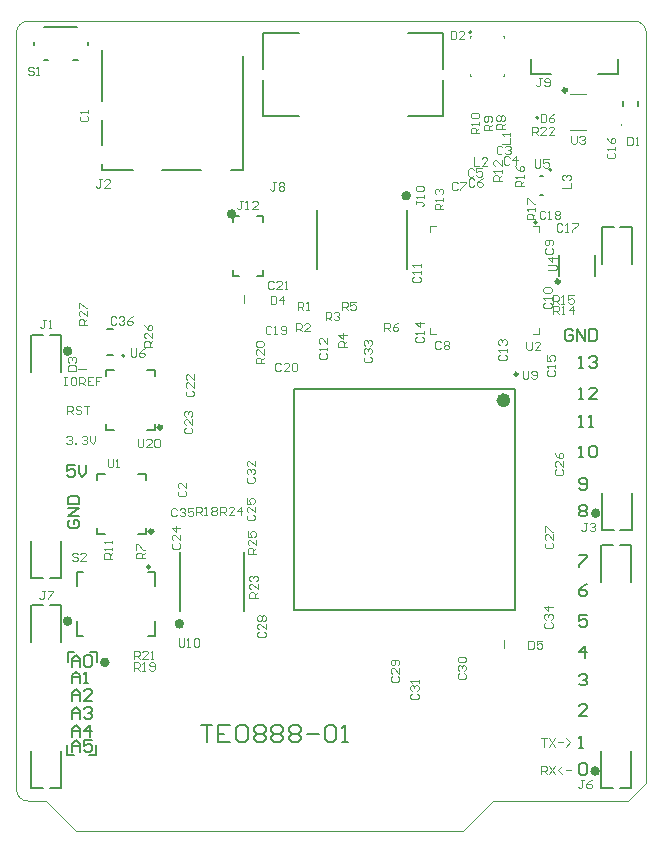
<source format=gto>
%FSLAX44Y44*%
%MOMM*%
G71*
G01*
G75*
G04 Layer_Color=65535*
%ADD10C,0.1500*%
G04:AMPARAMS|DCode=11|XSize=0.6mm|YSize=0.5mm|CornerRadius=0.05mm|HoleSize=0mm|Usage=FLASHONLY|Rotation=0.000|XOffset=0mm|YOffset=0mm|HoleType=Round|Shape=RoundedRectangle|*
%AMROUNDEDRECTD11*
21,1,0.6000,0.4000,0,0,0.0*
21,1,0.5000,0.5000,0,0,0.0*
1,1,0.1000,0.2500,-0.2000*
1,1,0.1000,-0.2500,-0.2000*
1,1,0.1000,-0.2500,0.2000*
1,1,0.1000,0.2500,0.2000*
%
%ADD11ROUNDEDRECTD11*%
G04:AMPARAMS|DCode=12|XSize=0.6mm|YSize=0.5mm|CornerRadius=0.05mm|HoleSize=0mm|Usage=FLASHONLY|Rotation=270.000|XOffset=0mm|YOffset=0mm|HoleType=Round|Shape=RoundedRectangle|*
%AMROUNDEDRECTD12*
21,1,0.6000,0.4000,0,0,270.0*
21,1,0.5000,0.5000,0,0,270.0*
1,1,0.1000,-0.2000,-0.2500*
1,1,0.1000,-0.2000,0.2500*
1,1,0.1000,0.2000,0.2500*
1,1,0.1000,0.2000,-0.2500*
%
%ADD12ROUNDEDRECTD12*%
%ADD13O,0.9500X0.4000*%
G04:AMPARAMS|DCode=14|XSize=0.7mm|YSize=0.55mm|CornerRadius=0.055mm|HoleSize=0mm|Usage=FLASHONLY|Rotation=180.000|XOffset=0mm|YOffset=0mm|HoleType=Round|Shape=RoundedRectangle|*
%AMROUNDEDRECTD14*
21,1,0.7000,0.4400,0,0,180.0*
21,1,0.5900,0.5500,0,0,180.0*
1,1,0.1100,-0.2950,0.2200*
1,1,0.1100,0.2950,0.2200*
1,1,0.1100,0.2950,-0.2200*
1,1,0.1100,-0.2950,-0.2200*
%
%ADD14ROUNDEDRECTD14*%
G04:AMPARAMS|DCode=15|XSize=0.4mm|YSize=0.37mm|CornerRadius=0.037mm|HoleSize=0mm|Usage=FLASHONLY|Rotation=180.000|XOffset=0mm|YOffset=0mm|HoleType=Round|Shape=RoundedRectangle|*
%AMROUNDEDRECTD15*
21,1,0.4000,0.2960,0,0,180.0*
21,1,0.3260,0.3700,0,0,180.0*
1,1,0.0740,-0.1630,0.1480*
1,1,0.0740,0.1630,0.1480*
1,1,0.0740,0.1630,-0.1480*
1,1,0.0740,-0.1630,-0.1480*
%
%ADD15ROUNDEDRECTD15*%
G04:AMPARAMS|DCode=16|XSize=0.4mm|YSize=0.37mm|CornerRadius=0.037mm|HoleSize=0mm|Usage=FLASHONLY|Rotation=270.000|XOffset=0mm|YOffset=0mm|HoleType=Round|Shape=RoundedRectangle|*
%AMROUNDEDRECTD16*
21,1,0.4000,0.2960,0,0,270.0*
21,1,0.3260,0.3700,0,0,270.0*
1,1,0.0740,-0.1480,-0.1630*
1,1,0.0740,-0.1480,0.1630*
1,1,0.0740,0.1480,0.1630*
1,1,0.0740,0.1480,-0.1630*
%
%ADD16ROUNDEDRECTD16*%
G04:AMPARAMS|DCode=17|XSize=0.93mm|YSize=0.89mm|CornerRadius=0.089mm|HoleSize=0mm|Usage=FLASHONLY|Rotation=90.000|XOffset=0mm|YOffset=0mm|HoleType=Round|Shape=RoundedRectangle|*
%AMROUNDEDRECTD17*
21,1,0.9300,0.7120,0,0,90.0*
21,1,0.7520,0.8900,0,0,90.0*
1,1,0.1780,0.3560,0.3760*
1,1,0.1780,0.3560,-0.3760*
1,1,0.1780,-0.3560,-0.3760*
1,1,0.1780,-0.3560,0.3760*
%
%ADD17ROUNDEDRECTD17*%
%ADD18O,1.6500X0.3000*%
%ADD19O,0.3000X1.6500*%
%ADD20R,0.5400X0.7400*%
G04:AMPARAMS|DCode=21|XSize=0.7mm|YSize=0.55mm|CornerRadius=0.055mm|HoleSize=0mm|Usage=FLASHONLY|Rotation=90.000|XOffset=0mm|YOffset=0mm|HoleType=Round|Shape=RoundedRectangle|*
%AMROUNDEDRECTD21*
21,1,0.7000,0.4400,0,0,90.0*
21,1,0.5900,0.5500,0,0,90.0*
1,1,0.1100,0.2200,0.2950*
1,1,0.1100,0.2200,-0.2950*
1,1,0.1100,-0.2200,-0.2950*
1,1,0.1100,-0.2200,0.2950*
%
%ADD21ROUNDEDRECTD21*%
G04:AMPARAMS|DCode=22|XSize=1.3mm|YSize=3.5mm|CornerRadius=0.325mm|HoleSize=0mm|Usage=FLASHONLY|Rotation=180.000|XOffset=0mm|YOffset=0mm|HoleType=Round|Shape=RoundedRectangle|*
%AMROUNDEDRECTD22*
21,1,1.3000,2.8500,0,0,180.0*
21,1,0.6500,3.5000,0,0,180.0*
1,1,0.6500,-0.3250,1.4250*
1,1,0.6500,0.3250,1.4250*
1,1,0.6500,0.3250,-1.4250*
1,1,0.6500,-0.3250,-1.4250*
%
%ADD22ROUNDEDRECTD22*%
G04:AMPARAMS|DCode=23|XSize=0.3mm|YSize=0.6mm|CornerRadius=0.0495mm|HoleSize=0mm|Usage=FLASHONLY|Rotation=0.000|XOffset=0mm|YOffset=0mm|HoleType=Round|Shape=RoundedRectangle|*
%AMROUNDEDRECTD23*
21,1,0.3000,0.5010,0,0,0.0*
21,1,0.2010,0.6000,0,0,0.0*
1,1,0.0990,0.1005,-0.2505*
1,1,0.0990,-0.1005,-0.2505*
1,1,0.0990,-0.1005,0.2505*
1,1,0.0990,0.1005,0.2505*
%
%ADD23ROUNDEDRECTD23*%
G04:AMPARAMS|DCode=24|XSize=0.3mm|YSize=0.6mm|CornerRadius=0.0495mm|HoleSize=0mm|Usage=FLASHONLY|Rotation=270.000|XOffset=0mm|YOffset=0mm|HoleType=Round|Shape=RoundedRectangle|*
%AMROUNDEDRECTD24*
21,1,0.3000,0.5010,0,0,270.0*
21,1,0.2010,0.6000,0,0,270.0*
1,1,0.0990,-0.2505,-0.1005*
1,1,0.0990,-0.2505,0.1005*
1,1,0.0990,0.2505,0.1005*
1,1,0.0990,0.2505,-0.1005*
%
%ADD24ROUNDEDRECTD24*%
%ADD25R,2.2500X0.9000*%
G04:AMPARAMS|DCode=26|XSize=1.38mm|YSize=1.05mm|CornerRadius=0.105mm|HoleSize=0mm|Usage=FLASHONLY|Rotation=180.000|XOffset=0mm|YOffset=0mm|HoleType=Round|Shape=RoundedRectangle|*
%AMROUNDEDRECTD26*
21,1,1.3800,0.8400,0,0,180.0*
21,1,1.1700,1.0500,0,0,180.0*
1,1,0.2100,-0.5850,0.4200*
1,1,0.2100,0.5850,0.4200*
1,1,0.2100,0.5850,-0.4200*
1,1,0.2100,-0.5850,-0.4200*
%
%ADD26ROUNDEDRECTD26*%
%ADD27O,0.7600X1.6000*%
%ADD28O,0.6000X1.6000*%
G04:AMPARAMS|DCode=29|XSize=0.9mm|YSize=0.8mm|CornerRadius=0.08mm|HoleSize=0mm|Usage=FLASHONLY|Rotation=180.000|XOffset=0mm|YOffset=0mm|HoleType=Round|Shape=RoundedRectangle|*
%AMROUNDEDRECTD29*
21,1,0.9000,0.6400,0,0,180.0*
21,1,0.7400,0.8000,0,0,180.0*
1,1,0.1600,-0.3700,0.3200*
1,1,0.1600,0.3700,0.3200*
1,1,0.1600,0.3700,-0.3200*
1,1,0.1600,-0.3700,-0.3200*
%
%ADD29ROUNDEDRECTD29*%
%ADD30O,0.6000X1.4000*%
G04:AMPARAMS|DCode=31|XSize=1mm|YSize=1.4mm|CornerRadius=0.25mm|HoleSize=0mm|Usage=FLASHONLY|Rotation=180.000|XOffset=0mm|YOffset=0mm|HoleType=Round|Shape=RoundedRectangle|*
%AMROUNDEDRECTD31*
21,1,1.0000,0.9000,0,0,180.0*
21,1,0.5000,1.4000,0,0,180.0*
1,1,0.5000,-0.2500,0.4500*
1,1,0.5000,0.2500,0.4500*
1,1,0.5000,0.2500,-0.4500*
1,1,0.5000,-0.2500,-0.4500*
%
%ADD31ROUNDEDRECTD31*%
G04:AMPARAMS|DCode=32|XSize=1mm|YSize=1mm|CornerRadius=0.25mm|HoleSize=0mm|Usage=FLASHONLY|Rotation=180.000|XOffset=0mm|YOffset=0mm|HoleType=Round|Shape=RoundedRectangle|*
%AMROUNDEDRECTD32*
21,1,1.0000,0.5000,0,0,180.0*
21,1,0.5000,1.0000,0,0,180.0*
1,1,0.5000,-0.2500,0.2500*
1,1,0.5000,0.2500,0.2500*
1,1,0.5000,0.2500,-0.2500*
1,1,0.5000,-0.2500,-0.2500*
%
%ADD32ROUNDEDRECTD32*%
%ADD33R,4.4500X4.4500*%
%ADD34O,0.8200X0.2700*%
%ADD35O,0.2700X0.8200*%
G04:AMPARAMS|DCode=36|XSize=0.9mm|YSize=1mm|CornerRadius=0.09mm|HoleSize=0mm|Usage=FLASHONLY|Rotation=180.000|XOffset=0mm|YOffset=0mm|HoleType=Round|Shape=RoundedRectangle|*
%AMROUNDEDRECTD36*
21,1,0.9000,0.8200,0,0,180.0*
21,1,0.7200,1.0000,0,0,180.0*
1,1,0.1800,-0.3600,0.4100*
1,1,0.1800,0.3600,0.4100*
1,1,0.1800,0.3600,-0.4100*
1,1,0.1800,-0.3600,-0.4100*
%
%ADD36ROUNDEDRECTD36*%
G04:AMPARAMS|DCode=37|XSize=1.7mm|YSize=0.55mm|CornerRadius=0.055mm|HoleSize=0mm|Usage=FLASHONLY|Rotation=180.000|XOffset=0mm|YOffset=0mm|HoleType=Round|Shape=RoundedRectangle|*
%AMROUNDEDRECTD37*
21,1,1.7000,0.4400,0,0,180.0*
21,1,1.5900,0.5500,0,0,180.0*
1,1,0.1100,-0.7950,0.2200*
1,1,0.1100,0.7950,0.2200*
1,1,0.1100,0.7950,-0.2200*
1,1,0.1100,-0.7950,-0.2200*
%
%ADD37ROUNDEDRECTD37*%
%ADD38C,1.0000*%
%ADD39O,0.4000X1.3500*%
G04:AMPARAMS|DCode=40|XSize=2.3mm|YSize=1.9mm|CornerRadius=0.19mm|HoleSize=0mm|Usage=FLASHONLY|Rotation=180.000|XOffset=0mm|YOffset=0mm|HoleType=Round|Shape=RoundedRectangle|*
%AMROUNDEDRECTD40*
21,1,2.3000,1.5200,0,0,180.0*
21,1,1.9200,1.9000,0,0,180.0*
1,1,0.3800,-0.9600,0.7600*
1,1,0.3800,0.9600,0.7600*
1,1,0.3800,0.9600,-0.7600*
1,1,0.3800,-0.9600,-0.7600*
%
%ADD40ROUNDEDRECTD40*%
%ADD41R,1.8000X1.9000*%
G04:AMPARAMS|DCode=42|XSize=1.55mm|YSize=1.35mm|CornerRadius=0.135mm|HoleSize=0mm|Usage=FLASHONLY|Rotation=180.000|XOffset=0mm|YOffset=0mm|HoleType=Round|Shape=RoundedRectangle|*
%AMROUNDEDRECTD42*
21,1,1.5500,1.0800,0,0,180.0*
21,1,1.2800,1.3500,0,0,180.0*
1,1,0.2700,-0.6400,0.5400*
1,1,0.2700,0.6400,0.5400*
1,1,0.2700,0.6400,-0.5400*
1,1,0.2700,-0.6400,-0.5400*
%
%ADD42ROUNDEDRECTD42*%
G04:AMPARAMS|DCode=43|XSize=1.8mm|YSize=1.17mm|CornerRadius=0.117mm|HoleSize=0mm|Usage=FLASHONLY|Rotation=90.000|XOffset=0mm|YOffset=0mm|HoleType=Round|Shape=RoundedRectangle|*
%AMROUNDEDRECTD43*
21,1,1.8000,0.9360,0,0,90.0*
21,1,1.5660,1.1700,0,0,90.0*
1,1,0.2340,0.4680,0.7830*
1,1,0.2340,0.4680,-0.7830*
1,1,0.2340,-0.4680,-0.7830*
1,1,0.2340,-0.4680,0.7830*
%
%ADD43ROUNDEDRECTD43*%
G04:AMPARAMS|DCode=44|XSize=0.75mm|YSize=1.1mm|CornerRadius=0.075mm|HoleSize=0mm|Usage=FLASHONLY|Rotation=180.000|XOffset=0mm|YOffset=0mm|HoleType=Round|Shape=RoundedRectangle|*
%AMROUNDEDRECTD44*
21,1,0.7500,0.9500,0,0,180.0*
21,1,0.6000,1.1000,0,0,180.0*
1,1,0.1500,-0.3000,0.4750*
1,1,0.1500,0.3000,0.4750*
1,1,0.1500,0.3000,-0.4750*
1,1,0.1500,-0.3000,-0.4750*
%
%ADD44ROUNDEDRECTD44*%
G04:AMPARAMS|DCode=45|XSize=1.2mm|YSize=1mm|CornerRadius=0.1mm|HoleSize=0mm|Usage=FLASHONLY|Rotation=180.000|XOffset=0mm|YOffset=0mm|HoleType=Round|Shape=RoundedRectangle|*
%AMROUNDEDRECTD45*
21,1,1.2000,0.8000,0,0,180.0*
21,1,1.0000,1.0000,0,0,180.0*
1,1,0.2000,-0.5000,0.4000*
1,1,0.2000,0.5000,0.4000*
1,1,0.2000,0.5000,-0.4000*
1,1,0.2000,-0.5000,-0.4000*
%
%ADD45ROUNDEDRECTD45*%
G04:AMPARAMS|DCode=46|XSize=1.9mm|YSize=1.35mm|CornerRadius=0.135mm|HoleSize=0mm|Usage=FLASHONLY|Rotation=180.000|XOffset=0mm|YOffset=0mm|HoleType=Round|Shape=RoundedRectangle|*
%AMROUNDEDRECTD46*
21,1,1.9000,1.0800,0,0,180.0*
21,1,1.6300,1.3500,0,0,180.0*
1,1,0.2700,-0.8150,0.5400*
1,1,0.2700,0.8150,0.5400*
1,1,0.2700,0.8150,-0.5400*
1,1,0.2700,-0.8150,-0.5400*
%
%ADD46ROUNDEDRECTD46*%
%ADD47O,0.8000X1.4700*%
G04:AMPARAMS|DCode=48|XSize=2mm|YSize=1.1mm|CornerRadius=0.11mm|HoleSize=0mm|Usage=FLASHONLY|Rotation=90.000|XOffset=0mm|YOffset=0mm|HoleType=Round|Shape=RoundedRectangle|*
%AMROUNDEDRECTD48*
21,1,2.0000,0.8800,0,0,90.0*
21,1,1.7800,1.1000,0,0,90.0*
1,1,0.2200,0.4400,0.8900*
1,1,0.2200,0.4400,-0.8900*
1,1,0.2200,-0.4400,-0.8900*
1,1,0.2200,-0.4400,0.8900*
%
%ADD48ROUNDEDRECTD48*%
G04:AMPARAMS|DCode=49|XSize=0.8mm|YSize=0.8mm|CornerRadius=0.08mm|HoleSize=0mm|Usage=FLASHONLY|Rotation=90.000|XOffset=0mm|YOffset=0mm|HoleType=Round|Shape=RoundedRectangle|*
%AMROUNDEDRECTD49*
21,1,0.8000,0.6400,0,0,90.0*
21,1,0.6400,0.8000,0,0,90.0*
1,1,0.1600,0.3200,0.3200*
1,1,0.1600,0.3200,-0.3200*
1,1,0.1600,-0.3200,-0.3200*
1,1,0.1600,-0.3200,0.3200*
%
%ADD49ROUNDEDRECTD49*%
G04:AMPARAMS|DCode=50|XSize=0.93mm|YSize=0.89mm|CornerRadius=0.089mm|HoleSize=0mm|Usage=FLASHONLY|Rotation=0.000|XOffset=0mm|YOffset=0mm|HoleType=Round|Shape=RoundedRectangle|*
%AMROUNDEDRECTD50*
21,1,0.9300,0.7120,0,0,0.0*
21,1,0.7520,0.8900,0,0,0.0*
1,1,0.1780,0.3760,-0.3560*
1,1,0.1780,-0.3760,-0.3560*
1,1,0.1780,-0.3760,0.3560*
1,1,0.1780,0.3760,0.3560*
%
%ADD50ROUNDEDRECTD50*%
%ADD51C,0.1000*%
%ADD52C,0.2000*%
%ADD53C,0.3000*%
%ADD54C,0.1200*%
%ADD55C,0.5000*%
%ADD56R,1.5000X1.5000*%
%ADD57C,1.5000*%
%ADD58R,1.3500X1.3500*%
%ADD59R,1.5000X1.5000*%
%ADD60C,0.4500*%
%ADD61C,1.0000*%
%ADD62C,2.0000*%
%ADD63C,0.6000*%
%ADD64C,0.4000*%
%ADD65C,0.2500*%
D10*
X67100Y64800D02*
Y72800D01*
X61300Y64800D02*
X67100D01*
X68000Y143500D02*
Y151500D01*
X62200D02*
X68000D01*
X43300Y143400D02*
Y151400D01*
X49100D01*
X43100Y64800D02*
X48900D01*
X43100D02*
Y72800D01*
X471264Y423331D02*
X469598Y424997D01*
X466266D01*
X464600Y423331D01*
Y416666D01*
X466266Y415000D01*
X469598D01*
X471264Y416666D01*
Y419998D01*
X467932D01*
X474597Y415000D02*
Y424997D01*
X481261Y415000D01*
Y424997D01*
X484594D02*
Y415000D01*
X489592D01*
X491258Y416666D01*
Y423331D01*
X489592Y424997D01*
X484594D01*
X476600Y316400D02*
X479932D01*
X478266D01*
Y326397D01*
X476600Y324731D01*
X484931D02*
X486597Y326397D01*
X489929D01*
X491595Y324731D01*
Y318066D01*
X489929Y316400D01*
X486597D01*
X484931Y318066D01*
Y324731D01*
X476600Y342100D02*
X479932D01*
X478266D01*
Y352097D01*
X476600Y350431D01*
X484931Y342100D02*
X488263D01*
X486597D01*
Y352097D01*
X484931Y350431D01*
X476600Y365600D02*
X479932D01*
X478266D01*
Y375597D01*
X476600Y373931D01*
X491595Y365600D02*
X484931D01*
X491595Y372265D01*
Y373931D01*
X489929Y375597D01*
X486597D01*
X484931Y373931D01*
X476600Y392000D02*
X479932D01*
X478266D01*
Y401997D01*
X476600Y400331D01*
X484931D02*
X486597Y401997D01*
X489929D01*
X491595Y400331D01*
Y398665D01*
X489929Y396998D01*
X488263D01*
X489929D01*
X491595Y395332D01*
Y393666D01*
X489929Y392000D01*
X486597D01*
X484931Y393666D01*
X476600Y290666D02*
X478266Y289000D01*
X481598D01*
X483265Y290666D01*
Y297331D01*
X481598Y298997D01*
X478266D01*
X476600Y297331D01*
Y295665D01*
X478266Y293998D01*
X483265D01*
X476600Y274731D02*
X478266Y276397D01*
X481598D01*
X483265Y274731D01*
Y273064D01*
X481598Y271398D01*
X483265Y269732D01*
Y268066D01*
X481598Y266400D01*
X478266D01*
X476600Y268066D01*
Y269732D01*
X478266Y271398D01*
X476600Y273064D01*
Y274731D01*
X478266Y271398D02*
X481598D01*
X476700Y233897D02*
X483364D01*
Y232231D01*
X476700Y225566D01*
Y223900D01*
Y55931D02*
X478366Y57597D01*
X481698D01*
X483364Y55931D01*
Y49266D01*
X481698Y47600D01*
X478366D01*
X476700Y49266D01*
Y55931D01*
Y70200D02*
X480032D01*
X478366D01*
Y80197D01*
X476700Y78531D01*
X483364Y209097D02*
X480032Y207431D01*
X476700Y204098D01*
Y200766D01*
X478366Y199100D01*
X481698D01*
X483364Y200766D01*
Y202432D01*
X481698Y204098D01*
X476700D01*
X483364Y183197D02*
X476700D01*
Y178198D01*
X480032Y179865D01*
X481698D01*
X483364Y178198D01*
Y174866D01*
X481698Y173200D01*
X478366D01*
X476700Y174866D01*
X481698Y146800D02*
Y156797D01*
X476700Y151798D01*
X483364D01*
X476700Y131631D02*
X478366Y133297D01*
X481698D01*
X483364Y131631D01*
Y129965D01*
X481698Y128298D01*
X480032D01*
X481698D01*
X483364Y126632D01*
Y124966D01*
X481698Y123300D01*
X478366D01*
X476700Y124966D01*
X483364Y97600D02*
X476700D01*
X483364Y104264D01*
Y105931D01*
X481698Y107597D01*
X478366D01*
X476700Y105931D01*
X47200Y139200D02*
Y145864D01*
X50532Y149197D01*
X53864Y145864D01*
Y139200D01*
Y144198D01*
X47200D01*
X57197Y147531D02*
X58863Y149197D01*
X62195D01*
X63861Y147531D01*
Y140866D01*
X62195Y139200D01*
X58863D01*
X57197Y140866D01*
Y147531D01*
X47200Y125100D02*
Y131764D01*
X50532Y135097D01*
X53864Y131764D01*
Y125100D01*
Y130098D01*
X47200D01*
X57197Y125100D02*
X60529D01*
X58863D01*
Y135097D01*
X57197Y133431D01*
X47200Y110400D02*
Y117065D01*
X50532Y120397D01*
X53864Y117065D01*
Y110400D01*
Y115398D01*
X47200D01*
X63861Y110400D02*
X57197D01*
X63861Y117065D01*
Y118731D01*
X62195Y120397D01*
X58863D01*
X57197Y118731D01*
X47200Y94800D02*
Y101465D01*
X50532Y104797D01*
X53864Y101465D01*
Y94800D01*
Y99798D01*
X47200D01*
X57197Y103131D02*
X58863Y104797D01*
X62195D01*
X63861Y103131D01*
Y101465D01*
X62195Y99798D01*
X60529D01*
X62195D01*
X63861Y98132D01*
Y96466D01*
X62195Y94800D01*
X58863D01*
X57197Y96466D01*
X47200Y80100D02*
Y86764D01*
X50532Y90097D01*
X53864Y86764D01*
Y80100D01*
Y85098D01*
X47200D01*
X62195Y80100D02*
Y90097D01*
X57197Y85098D01*
X63861D01*
X47200Y66800D02*
Y73464D01*
X50532Y76797D01*
X53864Y73464D01*
Y66800D01*
Y71798D01*
X47200D01*
X63861Y76797D02*
X57197D01*
Y71798D01*
X60529Y73464D01*
X62195D01*
X63861Y71798D01*
Y68466D01*
X62195Y66800D01*
X58863D01*
X57197Y68466D01*
X45069Y263465D02*
X43403Y261798D01*
Y258466D01*
X45069Y256800D01*
X51734D01*
X53400Y258466D01*
Y261798D01*
X51734Y263465D01*
X48402D01*
Y260132D01*
X53400Y266797D02*
X43403D01*
X53400Y273461D01*
X43403D01*
Y276794D02*
X53400D01*
Y281792D01*
X51734Y283458D01*
X45069D01*
X43403Y281792D01*
Y276794D01*
X49264Y309997D02*
X42600D01*
Y304998D01*
X45932Y306665D01*
X47598D01*
X49264Y304998D01*
Y301666D01*
X47598Y300000D01*
X44266D01*
X42600Y301666D01*
X52597Y309997D02*
Y303332D01*
X55929Y300000D01*
X59261Y303332D01*
Y309997D01*
D51*
X444300Y78598D02*
X448965D01*
X446633D01*
Y71600D01*
X451298Y78598D02*
X455963Y71600D01*
Y78598D02*
X451298Y71600D01*
X458296Y75099D02*
X462961D01*
X465293Y71600D02*
X468792Y75099D01*
X465293Y78598D01*
X444300Y48200D02*
Y55198D01*
X447799D01*
X448965Y54032D01*
Y51699D01*
X447799Y50533D01*
X444300D01*
X446633D02*
X448965Y48200D01*
X451298Y55198D02*
X455963Y48200D01*
Y55198D02*
X451298Y48200D01*
X461794D02*
X458296Y51699D01*
X461794Y55198D01*
X465293Y51699D02*
X469958D01*
X42400Y333531D02*
X43566Y334698D01*
X45899D01*
X47065Y333531D01*
Y332365D01*
X45899Y331199D01*
X44733D01*
X45899D01*
X47065Y330033D01*
Y328866D01*
X45899Y327700D01*
X43566D01*
X42400Y328866D01*
X49398Y327700D02*
Y328866D01*
X50564D01*
Y327700D01*
X49398D01*
X55229Y333531D02*
X56396Y334698D01*
X58728D01*
X59894Y333531D01*
Y332365D01*
X58728Y331199D01*
X57562D01*
X58728D01*
X59894Y330033D01*
Y328866D01*
X58728Y327700D01*
X56396D01*
X55229Y328866D01*
X62227Y334698D02*
Y330033D01*
X64559Y327700D01*
X66892Y330033D01*
Y334698D01*
X40400Y384298D02*
X42733D01*
X41566D01*
Y377300D01*
X40400D01*
X42733D01*
X49730Y384298D02*
X47398D01*
X46231Y383131D01*
Y378466D01*
X47398Y377300D01*
X49730D01*
X50897Y378466D01*
Y383131D01*
X49730Y384298D01*
X53229Y377300D02*
Y384298D01*
X56728D01*
X57894Y383131D01*
Y380799D01*
X56728Y379633D01*
X53229D01*
X55562D02*
X57894Y377300D01*
X64892Y384298D02*
X60227D01*
Y377300D01*
X64892D01*
X60227Y380799D02*
X62559D01*
X71890Y384298D02*
X67225D01*
Y380799D01*
X69557D01*
X67225D01*
Y377300D01*
X115205Y410253D02*
X108207D01*
Y413752D01*
X109374Y414918D01*
X111706D01*
X112872Y413752D01*
Y410253D01*
Y412586D02*
X115205Y414918D01*
Y421916D02*
Y417251D01*
X110540Y421916D01*
X109374D01*
X108207Y420750D01*
Y418417D01*
X109374Y417251D01*
X108207Y428914D02*
X109374Y426581D01*
X111706Y424249D01*
X114039D01*
X115205Y425415D01*
Y427747D01*
X114039Y428914D01*
X112872D01*
X111706Y427747D01*
Y424249D01*
X84418Y434635D02*
X83252Y435801D01*
X80919D01*
X79753Y434635D01*
Y429969D01*
X80919Y428803D01*
X83252D01*
X84418Y429969D01*
X86751Y434635D02*
X87917Y435801D01*
X90250D01*
X91416Y434635D01*
Y433468D01*
X90250Y432302D01*
X89083D01*
X90250D01*
X91416Y431136D01*
Y429969D01*
X90250Y428803D01*
X87917D01*
X86751Y429969D01*
X98414Y435801D02*
X96081Y434635D01*
X93749Y432302D01*
Y429969D01*
X94915Y428803D01*
X97247D01*
X98414Y429969D01*
Y431136D01*
X97247Y432302D01*
X93749D01*
X96863Y408683D02*
Y402851D01*
X98029Y401685D01*
X100362D01*
X101528Y402851D01*
Y408683D01*
X108526D02*
X106193Y407517D01*
X103861Y405184D01*
Y402851D01*
X105027Y401685D01*
X107360D01*
X108526Y402851D01*
Y404018D01*
X107360Y405184D01*
X103861D01*
X59705Y428753D02*
X52707D01*
Y432252D01*
X53874Y433418D01*
X56206D01*
X57372Y432252D01*
Y428753D01*
Y431086D02*
X59705Y433418D01*
Y440416D02*
Y435751D01*
X55040Y440416D01*
X53874D01*
X52707Y439250D01*
Y436917D01*
X53874Y435751D01*
X52707Y442748D02*
Y447414D01*
X53874D01*
X58539Y442748D01*
X59705D01*
X43683Y389737D02*
X50681D01*
Y393236D01*
X49515Y394402D01*
X44850D01*
X43683Y393236D01*
Y389737D01*
X44850Y396735D02*
X43683Y397901D01*
Y400234D01*
X44850Y401400D01*
X46016D01*
X47182Y400234D01*
Y399067D01*
Y400234D01*
X48348Y401400D01*
X49515D01*
X50681Y400234D01*
Y397901D01*
X49515Y396735D01*
X257190Y404672D02*
X256024Y403506D01*
Y401173D01*
X257190Y400007D01*
X261855D01*
X263022Y401173D01*
Y403506D01*
X261855Y404672D01*
X263022Y407005D02*
Y409337D01*
Y408171D01*
X256024D01*
X257190Y407005D01*
X263022Y417501D02*
Y412836D01*
X258356Y417501D01*
X257190D01*
X256024Y416335D01*
Y414002D01*
X257190Y412836D01*
X223831Y395260D02*
X222665Y396427D01*
X220332D01*
X219166Y395260D01*
Y390595D01*
X220332Y389429D01*
X222665D01*
X223831Y390595D01*
X230829Y389429D02*
X226164D01*
X230829Y394094D01*
Y395260D01*
X229663Y396427D01*
X227330D01*
X226164Y395260D01*
X233162D02*
X234328Y396427D01*
X236660D01*
X237827Y395260D01*
Y390595D01*
X236660Y389429D01*
X234328D01*
X233162Y390595D01*
Y395260D01*
X215695Y426414D02*
X214529Y427580D01*
X212196D01*
X211030Y426414D01*
Y421749D01*
X212196Y420583D01*
X214529D01*
X215695Y421749D01*
X218028Y420583D02*
X220360D01*
X219194D01*
Y427580D01*
X218028Y426414D01*
X223859Y421749D02*
X225026Y420583D01*
X227358D01*
X228524Y421749D01*
Y426414D01*
X227358Y427580D01*
X225026D01*
X223859Y426414D01*
Y425248D01*
X225026Y424082D01*
X228524D01*
X209517Y396138D02*
X202519D01*
Y399637D01*
X203686Y400803D01*
X206018D01*
X207185Y399637D01*
Y396138D01*
Y398471D02*
X209517Y400803D01*
Y407801D02*
Y403136D01*
X204852Y407801D01*
X203686D01*
X202519Y406635D01*
Y404302D01*
X203686Y403136D01*
Y410134D02*
X202519Y411300D01*
Y413632D01*
X203686Y414799D01*
X208351D01*
X209517Y413632D01*
Y411300D01*
X208351Y410134D01*
X203686D01*
X428882Y389919D02*
Y384087D01*
X430048Y382921D01*
X432381D01*
X433547Y384087D01*
Y389919D01*
X435880Y384087D02*
X437046Y382921D01*
X439379D01*
X440545Y384087D01*
Y388752D01*
X439379Y389919D01*
X437046D01*
X435880Y388752D01*
Y387586D01*
X437046Y386420D01*
X440545D01*
X43100Y353200D02*
Y360198D01*
X46599D01*
X47765Y359031D01*
Y356699D01*
X46599Y355533D01*
X43100D01*
X45433D02*
X47765Y353200D01*
X54763Y359031D02*
X53597Y360198D01*
X51264D01*
X50098Y359031D01*
Y357865D01*
X51264Y356699D01*
X53597D01*
X54763Y355533D01*
Y354366D01*
X53597Y353200D01*
X51264D01*
X50098Y354366D01*
X57095Y360198D02*
X61761D01*
X59428D01*
Y353200D01*
X443880Y607309D02*
Y600311D01*
X447379D01*
X448545Y601477D01*
Y606142D01*
X447379Y607309D01*
X443880D01*
X455543D02*
X453210Y606142D01*
X450878Y603810D01*
Y601477D01*
X452044Y600311D01*
X454377D01*
X455543Y601477D01*
Y602643D01*
X454377Y603810D01*
X450878D01*
X436682Y589471D02*
Y596469D01*
X440181D01*
X441347Y595302D01*
Y592970D01*
X440181Y591803D01*
X436682D01*
X439015D02*
X441347Y589471D01*
X448345D02*
X443680D01*
X448345Y594136D01*
Y595302D01*
X447179Y596469D01*
X444846D01*
X443680Y595302D01*
X455343Y589471D02*
X450678D01*
X455343Y594136D01*
Y595302D01*
X454176Y596469D01*
X451844D01*
X450678Y595302D01*
X217817Y464636D02*
X216651Y465802D01*
X214318D01*
X213152Y464636D01*
Y459971D01*
X214318Y458805D01*
X216651D01*
X217817Y459971D01*
X224815Y458805D02*
X220150D01*
X224815Y463470D01*
Y464636D01*
X223649Y465802D01*
X221316D01*
X220150Y464636D01*
X227148Y458805D02*
X229480D01*
X228314D01*
Y465802D01*
X227148Y464636D01*
X215326Y453284D02*
Y446287D01*
X218825D01*
X219991Y447453D01*
Y452118D01*
X218825Y453284D01*
X215326D01*
X225823Y446287D02*
Y453284D01*
X222324Y449786D01*
X226989D01*
X191519Y533531D02*
X189187D01*
X190353D01*
Y527699D01*
X189187Y526533D01*
X188020D01*
X186854Y527699D01*
X193852Y526533D02*
X196184D01*
X195018D01*
Y533531D01*
X193852Y532364D01*
X204348Y526533D02*
X199683D01*
X204348Y531198D01*
Y532364D01*
X203182Y533531D01*
X200850D01*
X199683Y532364D01*
X337952Y533663D02*
Y531331D01*
Y532497D01*
X343783D01*
X344949Y531331D01*
Y530164D01*
X343783Y528998D01*
X344949Y535996D02*
Y538328D01*
Y537162D01*
X337952D01*
X339118Y535996D01*
Y541827D02*
X337952Y542994D01*
Y545326D01*
X339118Y546492D01*
X343783D01*
X344949Y545326D01*
Y542994D01*
X343783Y541827D01*
X339118D01*
X77218Y314930D02*
Y309099D01*
X78384Y307933D01*
X80717D01*
X81883Y309099D01*
Y314930D01*
X84216Y307933D02*
X86548D01*
X85382D01*
Y314930D01*
X84216Y313764D01*
X102838Y331917D02*
Y326085D01*
X104004Y324919D01*
X106337D01*
X107503Y326085D01*
Y331917D01*
X114501Y324919D02*
X109836D01*
X114501Y329584D01*
Y330750D01*
X113335Y331917D01*
X111002D01*
X109836Y330750D01*
X116833D02*
X118000Y331917D01*
X120332D01*
X121499Y330750D01*
Y326085D01*
X120332Y324919D01*
X118000D01*
X116833Y326085D01*
Y330750D01*
X144436Y372910D02*
X143269Y371744D01*
Y369411D01*
X144436Y368245D01*
X149101D01*
X150267Y369411D01*
Y371744D01*
X149101Y372910D01*
X150267Y379908D02*
Y375243D01*
X145602Y379908D01*
X144436D01*
X143269Y378742D01*
Y376409D01*
X144436Y375243D01*
X150267Y386906D02*
Y382240D01*
X145602Y386906D01*
X144436D01*
X143269Y385739D01*
Y383407D01*
X144436Y382240D01*
X433550Y161364D02*
Y154367D01*
X437049D01*
X438215Y155533D01*
Y160198D01*
X437049Y161364D01*
X433550D01*
X445213D02*
X440548D01*
Y157866D01*
X442880Y159032D01*
X444047D01*
X445213Y157866D01*
Y155533D01*
X444047Y154367D01*
X441714D01*
X440548Y155533D01*
X152271Y267705D02*
Y274702D01*
X155770D01*
X156936Y273536D01*
Y271203D01*
X155770Y270037D01*
X152271D01*
X154603D02*
X156936Y267705D01*
X159269D02*
X161601D01*
X160435D01*
Y274702D01*
X159269Y273536D01*
X165100D02*
X166266Y274702D01*
X168599D01*
X169765Y273536D01*
Y272370D01*
X168599Y271203D01*
X169765Y270037D01*
Y268871D01*
X168599Y267705D01*
X166266D01*
X165100Y268871D01*
Y270037D01*
X166266Y271203D01*
X165100Y272370D01*
Y273536D01*
X166266Y271203D02*
X168599D01*
X137926Y288001D02*
X136760Y286835D01*
Y284502D01*
X137926Y283336D01*
X142591D01*
X143757Y284502D01*
Y286835D01*
X142591Y288001D01*
X143757Y294999D02*
Y290334D01*
X139092Y294999D01*
X137926D01*
X136760Y293833D01*
Y291500D01*
X137926Y290334D01*
X108685Y231152D02*
X101687D01*
Y234651D01*
X102854Y235817D01*
X105186D01*
X106353Y234651D01*
Y231152D01*
Y233485D02*
X108685Y235817D01*
X101687Y238150D02*
Y242815D01*
X102854D01*
X107519Y238150D01*
X108685D01*
X81185Y230762D02*
X74187D01*
Y234261D01*
X75354Y235427D01*
X77686D01*
X78853Y234261D01*
Y230762D01*
Y233095D02*
X81185Y235427D01*
Y237760D02*
Y240092D01*
Y238926D01*
X74187D01*
X75354Y237760D01*
X81185Y243591D02*
Y245924D01*
Y244758D01*
X74187D01*
X75354Y243591D01*
X51891Y234628D02*
X50725Y235795D01*
X48392D01*
X47226Y234628D01*
Y233462D01*
X48392Y232296D01*
X50725D01*
X51891Y231129D01*
Y229963D01*
X50725Y228797D01*
X48392D01*
X47226Y229963D01*
X58889Y228797D02*
X54224D01*
X58889Y233462D01*
Y234628D01*
X57723Y235795D01*
X55390D01*
X54224Y234628D01*
X99680Y135931D02*
Y142928D01*
X103179D01*
X104345Y141762D01*
Y139430D01*
X103179Y138263D01*
X99680D01*
X102013D02*
X104345Y135931D01*
X106678D02*
X109010D01*
X107844D01*
Y142928D01*
X106678Y141762D01*
X112509Y137097D02*
X113676Y135931D01*
X116008D01*
X117174Y137097D01*
Y141762D01*
X116008Y142928D01*
X113676D01*
X112509Y141762D01*
Y140596D01*
X113676Y139430D01*
X117174D01*
X135820Y272279D02*
X134653Y273445D01*
X132321D01*
X131154Y272279D01*
Y267614D01*
X132321Y266447D01*
X134653D01*
X135820Y267614D01*
X138152Y272279D02*
X139318Y273445D01*
X141651D01*
X142817Y272279D01*
Y271112D01*
X141651Y269946D01*
X140485D01*
X141651D01*
X142817Y268780D01*
Y267614D01*
X141651Y266447D01*
X139318D01*
X138152Y267614D01*
X149815Y273445D02*
X145150D01*
Y269946D01*
X147482Y271112D01*
X148649D01*
X149815Y269946D01*
Y267614D01*
X148649Y266447D01*
X146316D01*
X145150Y267614D01*
X143275Y341710D02*
X142109Y340544D01*
Y338211D01*
X143275Y337045D01*
X147940D01*
X149106Y338211D01*
Y340544D01*
X147940Y341710D01*
X149106Y348708D02*
Y344043D01*
X144441Y348708D01*
X143275D01*
X142109Y347542D01*
Y345209D01*
X143275Y344043D01*
Y351041D02*
X142109Y352207D01*
Y354539D01*
X143275Y355706D01*
X144441D01*
X145608Y354539D01*
Y353373D01*
Y354539D01*
X146774Y355706D01*
X147940D01*
X149106Y354539D01*
Y352207D01*
X147940Y351041D01*
X132713Y243942D02*
X131547Y242776D01*
Y240443D01*
X132713Y239277D01*
X137379D01*
X138545Y240443D01*
Y242776D01*
X137379Y243942D01*
X138545Y250940D02*
Y246275D01*
X133880Y250940D01*
X132713D01*
X131547Y249774D01*
Y247441D01*
X132713Y246275D01*
X138545Y256771D02*
X131547D01*
X135046Y253272D01*
Y257938D01*
X374721Y133519D02*
X373555Y132352D01*
Y130020D01*
X374721Y128854D01*
X379386D01*
X380553Y130020D01*
Y132352D01*
X379386Y133519D01*
X374721Y135851D02*
X373555Y137017D01*
Y139350D01*
X374721Y140516D01*
X375887D01*
X377054Y139350D01*
Y138184D01*
Y139350D01*
X378220Y140516D01*
X379386D01*
X380553Y139350D01*
Y137017D01*
X379386Y135851D01*
X374721Y142849D02*
X373555Y144015D01*
Y146348D01*
X374721Y147514D01*
X379386D01*
X380553Y146348D01*
Y144015D01*
X379386Y142849D01*
X374721D01*
X318221Y131119D02*
X317055Y129952D01*
Y127620D01*
X318221Y126454D01*
X322886D01*
X324053Y127620D01*
Y129952D01*
X322886Y131119D01*
X324053Y138116D02*
Y133451D01*
X319387Y138116D01*
X318221D01*
X317055Y136950D01*
Y134618D01*
X318221Y133451D01*
X322886Y140449D02*
X324053Y141615D01*
Y143948D01*
X322886Y145114D01*
X318221D01*
X317055Y143948D01*
Y141615D01*
X318221Y140449D01*
X319387D01*
X320554Y141615D01*
Y145114D01*
X205221Y168619D02*
X204055Y167453D01*
Y165120D01*
X205221Y163954D01*
X209886D01*
X211053Y165120D01*
Y167453D01*
X209886Y168619D01*
X211053Y175616D02*
Y170951D01*
X206387Y175616D01*
X205221D01*
X204055Y174450D01*
Y172118D01*
X205221Y170951D01*
Y177949D02*
X204055Y179115D01*
Y181448D01*
X205221Y182614D01*
X206387D01*
X207554Y181448D01*
X208720Y182614D01*
X209886D01*
X211053Y181448D01*
Y179115D01*
X209886Y177949D01*
X208720D01*
X207554Y179115D01*
X206387Y177949D01*
X205221D01*
X207554Y179115D02*
Y181448D01*
X448596Y244244D02*
X447429Y243078D01*
Y240745D01*
X448596Y239579D01*
X453261D01*
X454427Y240745D01*
Y243078D01*
X453261Y244244D01*
X454427Y251242D02*
Y246577D01*
X449762Y251242D01*
X448596D01*
X447429Y250076D01*
Y247743D01*
X448596Y246577D01*
X447429Y253575D02*
Y258240D01*
X448596D01*
X453261Y253575D01*
X454427D01*
X457096Y306244D02*
X455929Y305078D01*
Y302745D01*
X457096Y301579D01*
X461761D01*
X462927Y302745D01*
Y305078D01*
X461761Y306244D01*
X462927Y313242D02*
Y308577D01*
X458262Y313242D01*
X457096D01*
X455929Y312076D01*
Y309743D01*
X457096Y308577D01*
X455929Y320240D02*
X457096Y317907D01*
X459428Y315574D01*
X461761D01*
X462927Y316741D01*
Y319073D01*
X461761Y320240D01*
X460594D01*
X459428Y319073D01*
Y315574D01*
X196096Y267744D02*
X194929Y266578D01*
Y264245D01*
X196096Y263079D01*
X200761D01*
X201927Y264245D01*
Y266578D01*
X200761Y267744D01*
X201927Y274742D02*
Y270077D01*
X197262Y274742D01*
X196096D01*
X194929Y273576D01*
Y271243D01*
X196096Y270077D01*
X194929Y281740D02*
Y277075D01*
X198428D01*
X197262Y279407D01*
Y280573D01*
X198428Y281740D01*
X200761D01*
X201927Y280573D01*
Y278241D01*
X200761Y277075D01*
X448096Y176744D02*
X446929Y175578D01*
Y173245D01*
X448096Y172079D01*
X452761D01*
X453927Y173245D01*
Y175578D01*
X452761Y176744D01*
X448096Y179077D02*
X446929Y180243D01*
Y182576D01*
X448096Y183742D01*
X449262D01*
X450428Y182576D01*
Y181409D01*
Y182576D01*
X451594Y183742D01*
X452761D01*
X453927Y182576D01*
Y180243D01*
X452761Y179077D01*
X453927Y189573D02*
X446929D01*
X450428Y186075D01*
Y190740D01*
X295096Y401744D02*
X293929Y400578D01*
Y398245D01*
X295096Y397079D01*
X299761D01*
X300927Y398245D01*
Y400578D01*
X299761Y401744D01*
X295096Y404077D02*
X293929Y405243D01*
Y407576D01*
X295096Y408742D01*
X296262D01*
X297428Y407576D01*
Y406409D01*
Y407576D01*
X298594Y408742D01*
X299761D01*
X300927Y407576D01*
Y405243D01*
X299761Y404077D01*
X295096Y411074D02*
X293929Y412241D01*
Y414573D01*
X295096Y415740D01*
X296262D01*
X297428Y414573D01*
Y413407D01*
Y414573D01*
X298594Y415740D01*
X299761D01*
X300927Y414573D01*
Y412241D01*
X299761Y411074D01*
X196096Y299744D02*
X194929Y298578D01*
Y296245D01*
X196096Y295079D01*
X200761D01*
X201927Y296245D01*
Y298578D01*
X200761Y299744D01*
X196096Y302077D02*
X194929Y303243D01*
Y305576D01*
X196096Y306742D01*
X197262D01*
X198428Y305576D01*
Y304409D01*
Y305576D01*
X199594Y306742D01*
X200761D01*
X201927Y305576D01*
Y303243D01*
X200761Y302077D01*
X201927Y313740D02*
Y309074D01*
X197262Y313740D01*
X196096D01*
X194929Y312573D01*
Y310241D01*
X196096Y309074D01*
X334639Y116417D02*
X333473Y115251D01*
Y112918D01*
X334639Y111752D01*
X339304D01*
X340471Y112918D01*
Y115251D01*
X339304Y116417D01*
X334639Y118750D02*
X333473Y119916D01*
Y122249D01*
X334639Y123415D01*
X335805D01*
X336972Y122249D01*
Y121082D01*
Y122249D01*
X338138Y123415D01*
X339304D01*
X340471Y122249D01*
Y119916D01*
X339304Y118750D01*
X340471Y125748D02*
Y128080D01*
Y126914D01*
X333473D01*
X334639Y125748D01*
X172753Y267795D02*
Y274793D01*
X176252D01*
X177418Y273626D01*
Y271294D01*
X176252Y270128D01*
X172753D01*
X175086D02*
X177418Y267795D01*
X184416D02*
X179751D01*
X184416Y272460D01*
Y273626D01*
X183250Y274793D01*
X180917D01*
X179751Y273626D01*
X190247Y267795D02*
Y274793D01*
X186749Y271294D01*
X191414D01*
X202767Y235021D02*
X195769D01*
Y238520D01*
X196935Y239686D01*
X199268D01*
X200434Y238520D01*
Y235021D01*
Y237354D02*
X202767Y239686D01*
Y246684D02*
Y242019D01*
X198102Y246684D01*
X196935D01*
X195769Y245518D01*
Y243185D01*
X196935Y242019D01*
X195769Y253682D02*
Y249017D01*
X199268D01*
X198102Y251349D01*
Y252515D01*
X199268Y253682D01*
X201600D01*
X202767Y252515D01*
Y250183D01*
X201600Y249017D01*
X204205Y197653D02*
X197207D01*
Y201152D01*
X198374Y202318D01*
X200706D01*
X201872Y201152D01*
Y197653D01*
Y199986D02*
X204205Y202318D01*
Y209316D02*
Y204651D01*
X199540Y209316D01*
X198374D01*
X197207Y208150D01*
Y205817D01*
X198374Y204651D01*
Y211649D02*
X197207Y212815D01*
Y215147D01*
X198374Y216314D01*
X199540D01*
X200706Y215147D01*
Y213981D01*
Y215147D01*
X201872Y216314D01*
X203039D01*
X204205Y215147D01*
Y212815D01*
X203039Y211649D01*
X469700Y588898D02*
Y583066D01*
X470866Y581900D01*
X473199D01*
X474365Y583066D01*
Y588898D01*
X476698Y587731D02*
X477864Y588898D01*
X480197D01*
X481363Y587731D01*
Y586565D01*
X480197Y585399D01*
X479030D01*
X480197D01*
X481363Y584233D01*
Y583066D01*
X480197Y581900D01*
X477864D01*
X476698Y583066D01*
X391800Y590700D02*
X384802D01*
Y594199D01*
X385969Y595365D01*
X388301D01*
X389467Y594199D01*
Y590700D01*
Y593033D02*
X391800Y595365D01*
Y597698D02*
Y600030D01*
Y598864D01*
X384802D01*
X385969Y597698D01*
Y603529D02*
X384802Y604696D01*
Y607028D01*
X385969Y608194D01*
X390634D01*
X391800Y607028D01*
Y604696D01*
X390634Y603529D01*
X385969D01*
X402900Y593500D02*
X395902D01*
Y596999D01*
X397068Y598165D01*
X399401D01*
X400567Y596999D01*
Y593500D01*
Y595833D02*
X402900Y598165D01*
X401734Y600498D02*
X402900Y601664D01*
Y603997D01*
X401734Y605163D01*
X397068D01*
X395902Y603997D01*
Y601664D01*
X397068Y600498D01*
X398235D01*
X399401Y601664D01*
Y605163D01*
X413400Y594300D02*
X406402D01*
Y597799D01*
X407569Y598965D01*
X409901D01*
X411067Y597799D01*
Y594300D01*
Y596633D02*
X413400Y598965D01*
X407569Y601298D02*
X406402Y602464D01*
Y604797D01*
X407569Y605963D01*
X408735D01*
X409901Y604797D01*
X411067Y605963D01*
X412234D01*
X413400Y604797D01*
Y602464D01*
X412234Y601298D01*
X411067D01*
X409901Y602464D01*
X408735Y601298D01*
X407569D01*
X409901Y602464D02*
Y604797D01*
X99753Y145795D02*
Y152793D01*
X103252D01*
X104418Y151626D01*
Y149294D01*
X103252Y148127D01*
X99753D01*
X102086D02*
X104418Y145795D01*
X111416D02*
X106751D01*
X111416Y150460D01*
Y151626D01*
X110250Y152793D01*
X107917D01*
X106751Y151626D01*
X113749Y145795D02*
X116081D01*
X114915D01*
Y152793D01*
X113749Y151626D01*
X429527Y545825D02*
X422529D01*
Y549324D01*
X423695Y550490D01*
X426028D01*
X427194Y549324D01*
Y545825D01*
Y548158D02*
X429527Y550490D01*
Y552823D02*
Y555155D01*
Y553989D01*
X422529D01*
X423695Y552823D01*
X422529Y563319D02*
X423695Y560987D01*
X426028Y558654D01*
X428361D01*
X429527Y559821D01*
Y562153D01*
X428361Y563319D01*
X427194D01*
X426028Y562153D01*
Y558654D01*
X219624Y549321D02*
X217292D01*
X218458D01*
Y543489D01*
X217292Y542323D01*
X216125D01*
X214959Y543489D01*
X221957Y548154D02*
X223123Y549321D01*
X225456D01*
X226622Y548154D01*
Y546988D01*
X225456Y545822D01*
X226622Y544656D01*
Y543489D01*
X225456Y542323D01*
X223123D01*
X221957Y543489D01*
Y544656D01*
X223123Y545822D01*
X221957Y546988D01*
Y548154D01*
X223123Y545822D02*
X225456D01*
X137393Y163203D02*
Y157371D01*
X138559Y156205D01*
X140892D01*
X142058Y157371D01*
Y163203D01*
X144391Y156205D02*
X146723D01*
X145557D01*
Y163203D01*
X144391Y162036D01*
X150222D02*
X151389Y163203D01*
X153721D01*
X154887Y162036D01*
Y157371D01*
X153721Y156205D01*
X151389D01*
X150222Y157371D01*
Y162036D01*
X261825Y432473D02*
Y439471D01*
X265324D01*
X266490Y438304D01*
Y435972D01*
X265324Y434806D01*
X261825D01*
X264158D02*
X266490Y432473D01*
X268823Y438304D02*
X269989Y439471D01*
X272322D01*
X273488Y438304D01*
Y437138D01*
X272322Y435972D01*
X271155D01*
X272322D01*
X273488Y434806D01*
Y433639D01*
X272322Y432473D01*
X269989D01*
X268823Y433639D01*
X367700Y677598D02*
Y670600D01*
X371199D01*
X372365Y671766D01*
Y676432D01*
X371199Y677598D01*
X367700D01*
X379363Y670600D02*
X374698D01*
X379363Y675265D01*
Y676432D01*
X378197Y677598D01*
X375864D01*
X374698Y676432D01*
X24165Y203498D02*
X21833D01*
X22999D01*
Y197666D01*
X21833Y196500D01*
X20666D01*
X19500Y197666D01*
X26498Y203498D02*
X31163D01*
Y202332D01*
X26498Y197666D01*
Y196500D01*
X483065Y261098D02*
X480733D01*
X481899D01*
Y255266D01*
X480733Y254100D01*
X479566D01*
X478400Y255266D01*
X485398Y259932D02*
X486564Y261098D01*
X488897D01*
X490063Y259932D01*
Y258765D01*
X488897Y257599D01*
X487730D01*
X488897D01*
X490063Y256433D01*
Y255266D01*
X488897Y254100D01*
X486564D01*
X485398Y255266D01*
X480365Y43598D02*
X478033D01*
X479199D01*
Y37766D01*
X478033Y36600D01*
X476866D01*
X475700Y37766D01*
X487363Y43598D02*
X485030Y42431D01*
X482698Y40099D01*
Y37766D01*
X483864Y36600D01*
X486197D01*
X487363Y37766D01*
Y38933D01*
X486197Y40099D01*
X482698D01*
X24865Y432898D02*
X22533D01*
X23699D01*
Y427066D01*
X22533Y425900D01*
X21366D01*
X20200Y427066D01*
X27198Y425900D02*
X29530D01*
X28364D01*
Y432898D01*
X27198Y431731D01*
X517300Y587698D02*
Y580700D01*
X520799D01*
X521965Y581866D01*
Y586531D01*
X520799Y587698D01*
X517300D01*
X524298Y580700D02*
X526630D01*
X525464D01*
Y587698D01*
X524298Y586531D01*
X439061Y568766D02*
Y562934D01*
X440228Y561768D01*
X442560D01*
X443727Y562934D01*
Y568766D01*
X450724D02*
X446059D01*
Y565267D01*
X448392Y566433D01*
X449558D01*
X450724Y565267D01*
Y562934D01*
X449558Y561768D01*
X447225D01*
X446059Y562934D01*
X450402Y474800D02*
X456234D01*
X457400Y475966D01*
Y478299D01*
X456234Y479465D01*
X450402D01*
X457400Y485297D02*
X450402D01*
X453901Y481798D01*
Y486463D01*
X431800Y414498D02*
Y408666D01*
X432966Y407500D01*
X435299D01*
X436465Y408666D01*
Y414498D01*
X443463Y407500D02*
X438798D01*
X443463Y412165D01*
Y413331D01*
X442297Y414498D01*
X439964D01*
X438798Y413331D01*
X439400Y518200D02*
X432402D01*
Y521699D01*
X433569Y522865D01*
X435901D01*
X437067Y521699D01*
Y518200D01*
Y520533D02*
X439400Y522865D01*
Y525198D02*
Y527530D01*
Y526364D01*
X432402D01*
X433569Y525198D01*
X432402Y531029D02*
Y535694D01*
X433569D01*
X438234Y531029D01*
X439400D01*
X454500Y446600D02*
Y453598D01*
X457999D01*
X459165Y452431D01*
Y450099D01*
X457999Y448933D01*
X454500D01*
X456833D02*
X459165Y446600D01*
X461498D02*
X463830D01*
X462664D01*
Y453598D01*
X461498Y452431D01*
X471994Y453598D02*
X467329D01*
Y450099D01*
X469662Y451265D01*
X470828D01*
X471994Y450099D01*
Y447766D01*
X470828Y446600D01*
X468495D01*
X467329Y447766D01*
X454700Y438000D02*
Y444998D01*
X458199D01*
X459365Y443832D01*
Y441499D01*
X458199Y440333D01*
X454700D01*
X457032D02*
X459365Y438000D01*
X461698D02*
X464030D01*
X462864D01*
Y444998D01*
X461698Y443832D01*
X471028Y438000D02*
Y444998D01*
X467529Y441499D01*
X472194D01*
X361300Y526400D02*
X354302D01*
Y529899D01*
X355469Y531065D01*
X357801D01*
X358967Y529899D01*
Y526400D01*
Y528733D02*
X361300Y531065D01*
Y533398D02*
Y535730D01*
Y534564D01*
X354302D01*
X355469Y533398D01*
Y539229D02*
X354302Y540396D01*
Y542728D01*
X355469Y543894D01*
X356635D01*
X357801Y542728D01*
Y541562D01*
Y542728D01*
X358967Y543894D01*
X360134D01*
X361300Y542728D01*
Y540396D01*
X360134Y539229D01*
X410800Y550600D02*
X403802D01*
Y554099D01*
X404968Y555265D01*
X407301D01*
X408467Y554099D01*
Y550600D01*
Y552933D02*
X410800Y555265D01*
Y557598D02*
Y559930D01*
Y558764D01*
X403802D01*
X404968Y557598D01*
X410800Y568094D02*
Y563429D01*
X406135Y568094D01*
X404968D01*
X403802Y566928D01*
Y564595D01*
X404968Y563429D01*
X462202Y544100D02*
X469200D01*
Y548765D01*
X463369Y551098D02*
X462202Y552264D01*
Y554597D01*
X463369Y555763D01*
X464535D01*
X465701Y554597D01*
Y553430D01*
Y554597D01*
X466867Y555763D01*
X468034D01*
X469200Y554597D01*
Y552264D01*
X468034Y551098D01*
X387200Y570498D02*
Y563500D01*
X391865D01*
X398863D02*
X394198D01*
X398863Y568165D01*
Y569331D01*
X397697Y570498D01*
X395364D01*
X394198Y569331D01*
X411339Y581902D02*
X418337D01*
Y586567D01*
Y588900D02*
Y591233D01*
Y590066D01*
X411339D01*
X412506Y588900D01*
X447665Y524231D02*
X446499Y525398D01*
X444166D01*
X443000Y524231D01*
Y519566D01*
X444166Y518400D01*
X446499D01*
X447665Y519566D01*
X449998Y518400D02*
X452330D01*
X451164D01*
Y525398D01*
X449998Y524231D01*
X455829D02*
X456996Y525398D01*
X459328D01*
X460494Y524231D01*
Y523065D01*
X459328Y521899D01*
X460494Y520733D01*
Y519566D01*
X459328Y518400D01*
X456996D01*
X455829Y519566D01*
Y520733D01*
X456996Y521899D01*
X455829Y523065D01*
Y524231D01*
X456996Y521899D02*
X459328D01*
X501269Y574365D02*
X500102Y573199D01*
Y570866D01*
X501269Y569700D01*
X505934D01*
X507100Y570866D01*
Y573199D01*
X505934Y574365D01*
X507100Y576698D02*
Y579030D01*
Y577864D01*
X500102D01*
X501269Y576698D01*
X500102Y587194D02*
X501269Y584862D01*
X503601Y582529D01*
X505934D01*
X507100Y583695D01*
Y586028D01*
X505934Y587194D01*
X504767D01*
X503601Y586028D01*
Y582529D01*
X339069Y418565D02*
X337902Y417399D01*
Y415066D01*
X339069Y413900D01*
X343734D01*
X344900Y415066D01*
Y417399D01*
X343734Y418565D01*
X344900Y420898D02*
Y423230D01*
Y422064D01*
X337902D01*
X339069Y420898D01*
X344900Y430228D02*
X337902D01*
X341401Y426729D01*
Y431394D01*
X409169Y403465D02*
X408002Y402299D01*
Y399966D01*
X409169Y398800D01*
X413834D01*
X415000Y399966D01*
Y402299D01*
X413834Y403465D01*
X415000Y405798D02*
Y408130D01*
Y406964D01*
X408002D01*
X409169Y405798D01*
Y411629D02*
X408002Y412795D01*
Y415128D01*
X409169Y416294D01*
X410335D01*
X411501Y415128D01*
Y413962D01*
Y415128D01*
X412668Y416294D01*
X413834D01*
X415000Y415128D01*
Y412795D01*
X413834Y411629D01*
X336469Y469565D02*
X335302Y468399D01*
Y466066D01*
X336469Y464900D01*
X341134D01*
X342300Y466066D01*
Y468399D01*
X341134Y469565D01*
X342300Y471898D02*
Y474230D01*
Y473064D01*
X335302D01*
X336469Y471898D01*
X342300Y477729D02*
Y480062D01*
Y478895D01*
X335302D01*
X336469Y477729D01*
X448568Y493565D02*
X447402Y492399D01*
Y490066D01*
X448568Y488900D01*
X453234D01*
X454400Y490066D01*
Y492399D01*
X453234Y493565D01*
Y495898D02*
X454400Y497064D01*
Y499397D01*
X453234Y500563D01*
X448568D01*
X447402Y499397D01*
Y497064D01*
X448568Y495898D01*
X449735D01*
X450901Y497064D01*
Y500563D01*
X359365Y413731D02*
X358199Y414898D01*
X355866D01*
X354700Y413731D01*
Y409066D01*
X355866Y407900D01*
X358199D01*
X359365Y409066D01*
X361698Y413731D02*
X362864Y414898D01*
X365197D01*
X366363Y413731D01*
Y412565D01*
X365197Y411399D01*
X366363Y410233D01*
Y409066D01*
X365197Y407900D01*
X362864D01*
X361698Y409066D01*
Y410233D01*
X362864Y411399D01*
X361698Y412565D01*
Y413731D01*
X362864Y411399D02*
X365197D01*
X373565Y548632D02*
X372399Y549798D01*
X370066D01*
X368900Y548632D01*
Y543966D01*
X370066Y542800D01*
X372399D01*
X373565Y543966D01*
X375898Y549798D02*
X380563D01*
Y548632D01*
X375898Y543966D01*
Y542800D01*
X387865Y551531D02*
X386699Y552698D01*
X384366D01*
X383200Y551531D01*
Y546866D01*
X384366Y545700D01*
X386699D01*
X387865Y546866D01*
X394863Y552698D02*
X392530Y551531D01*
X390198Y549199D01*
Y546866D01*
X391364Y545700D01*
X393697D01*
X394863Y546866D01*
Y548033D01*
X393697Y549199D01*
X390198D01*
X387165Y560032D02*
X385999Y561198D01*
X383666D01*
X382500Y560032D01*
Y555366D01*
X383666Y554200D01*
X385999D01*
X387165Y555366D01*
X394163Y561198D02*
X389498D01*
Y557699D01*
X391830Y558865D01*
X392997D01*
X394163Y557699D01*
Y555366D01*
X392997Y554200D01*
X390664D01*
X389498Y555366D01*
X417565Y570231D02*
X416399Y571398D01*
X414066D01*
X412900Y570231D01*
Y565566D01*
X414066Y564400D01*
X416399D01*
X417565Y565566D01*
X423397Y564400D02*
Y571398D01*
X419898Y567899D01*
X424563D01*
X411365Y579031D02*
X410199Y580198D01*
X407866D01*
X406700Y579031D01*
Y574366D01*
X407866Y573200D01*
X410199D01*
X411365Y574366D01*
X413698Y579031D02*
X414864Y580198D01*
X417197D01*
X418363Y579031D01*
Y577865D01*
X417197Y576699D01*
X416030D01*
X417197D01*
X418363Y575533D01*
Y574366D01*
X417197Y573200D01*
X414864D01*
X413698Y574366D01*
X72165Y551898D02*
X69833D01*
X70999D01*
Y546066D01*
X69833Y544900D01*
X68666D01*
X67500Y546066D01*
X79163Y544900D02*
X74498D01*
X79163Y549565D01*
Y550732D01*
X77997Y551898D01*
X75664D01*
X74498Y550732D01*
X311600Y423600D02*
Y430598D01*
X315099D01*
X316266Y429431D01*
Y427099D01*
X315099Y425932D01*
X311600D01*
X313933D02*
X316266Y423600D01*
X323263Y430598D02*
X320931Y429431D01*
X318598Y427099D01*
Y424766D01*
X319764Y423600D01*
X322097D01*
X323263Y424766D01*
Y425932D01*
X322097Y427099D01*
X318598D01*
X275700Y441300D02*
Y448298D01*
X279199D01*
X280365Y447132D01*
Y444799D01*
X279199Y443633D01*
X275700D01*
X278033D02*
X280365Y441300D01*
X287363Y448298D02*
X282698D01*
Y444799D01*
X285030Y445965D01*
X286197D01*
X287363Y444799D01*
Y442466D01*
X286197Y441300D01*
X283864D01*
X282698Y442466D01*
X236800Y423100D02*
Y430098D01*
X240299D01*
X241465Y428932D01*
Y426599D01*
X240299Y425433D01*
X236800D01*
X239133D02*
X241465Y423100D01*
X248463D02*
X243798D01*
X248463Y427765D01*
Y428932D01*
X247297Y430098D01*
X244964D01*
X243798Y428932D01*
X279700Y409900D02*
X272702D01*
Y413399D01*
X273869Y414565D01*
X276201D01*
X277367Y413399D01*
Y409900D01*
Y412233D02*
X279700Y414565D01*
Y420397D02*
X272702D01*
X276201Y416898D01*
Y421563D01*
X238400Y441100D02*
Y448098D01*
X241899D01*
X243065Y446931D01*
Y444599D01*
X241899Y443433D01*
X238400D01*
X240733D02*
X243065Y441100D01*
X245398D02*
X247730D01*
X246564D01*
Y448098D01*
X245398Y446931D01*
X462339Y513386D02*
X461172Y514553D01*
X458840D01*
X457673Y513386D01*
Y508721D01*
X458840Y507555D01*
X461172D01*
X462339Y508721D01*
X464671Y507555D02*
X467004D01*
X465838D01*
Y514553D01*
X464671Y513386D01*
X470503Y514553D02*
X475168D01*
Y513386D01*
X470503Y508721D01*
Y507555D01*
X14665Y645832D02*
X13499Y646998D01*
X11166D01*
X10000Y645832D01*
Y644665D01*
X11166Y643499D01*
X13499D01*
X14665Y642333D01*
Y641166D01*
X13499Y640000D01*
X11166D01*
X10000Y641166D01*
X16998Y640000D02*
X19330D01*
X18164D01*
Y646998D01*
X16998Y645832D01*
X444665Y637498D02*
X442333D01*
X443499D01*
Y631666D01*
X442333Y630500D01*
X441166D01*
X440000Y631666D01*
X446998D02*
X448164Y630500D01*
X450497D01*
X451663Y631666D01*
Y636331D01*
X450497Y637498D01*
X448164D01*
X446998Y636331D01*
Y635165D01*
X448164Y633999D01*
X451663D01*
X55069Y605765D02*
X53902Y604599D01*
Y602266D01*
X55069Y601100D01*
X59734D01*
X60900Y602266D01*
Y604599D01*
X59734Y605765D01*
X60900Y608098D02*
Y610430D01*
Y609264D01*
X53902D01*
X55069Y608098D01*
X447268Y447565D02*
X446102Y446399D01*
Y444066D01*
X447268Y442900D01*
X451934D01*
X453100Y444066D01*
Y446399D01*
X451934Y447565D01*
X453100Y449898D02*
Y452230D01*
Y451064D01*
X446102D01*
X447268Y449898D01*
Y455729D02*
X446102Y456895D01*
Y459228D01*
X447268Y460394D01*
X451934D01*
X453100Y459228D01*
Y456895D01*
X451934Y455729D01*
X447268D01*
X450168Y390157D02*
X449002Y388991D01*
Y386658D01*
X450168Y385492D01*
X454834D01*
X456000Y386658D01*
Y388991D01*
X454834Y390157D01*
X456000Y392490D02*
Y394822D01*
Y393656D01*
X449002D01*
X450168Y392490D01*
X449002Y402986D02*
Y398321D01*
X452501D01*
X451335Y400654D01*
Y401820D01*
X452501Y402986D01*
X454834D01*
X456000Y401820D01*
Y399487D01*
X454834Y398321D01*
X533400Y675800D02*
G03*
X523400Y685800I-10000J0D01*
G01*
X10000D02*
G03*
X0Y675800I0J-10000D01*
G01*
Y35400D02*
G03*
X10000Y25400I10000J0D01*
G01*
X518200D02*
X533400Y40600D01*
X25400Y25400D02*
X50800Y0D01*
X378500D01*
X403900Y25400D01*
X518200D01*
X10000D02*
X25400D01*
X533400Y40600D02*
Y675800D01*
X10000Y685800D02*
X523400D01*
X0Y35400D02*
Y675800D01*
D52*
X91500Y402500D02*
G03*
X91500Y402500I-1000J0D01*
G01*
X441900Y603900D02*
G03*
X441900Y603900I-1000J0D01*
G01*
X453000Y559800D02*
G03*
X453000Y559800I-1000J0D01*
G01*
X440550Y515250D02*
G03*
X440550Y515250I-1000J0D01*
G01*
X385400Y676300D02*
G03*
X385400Y676300I-1000J0D01*
G01*
X512700Y597800D02*
G03*
X512700Y597800I-500J0D01*
G01*
X76500Y403000D02*
X81500D01*
X76500Y425000D02*
X81500D01*
X234850Y374750D02*
X422350D01*
X234850Y187250D02*
X422350D01*
Y374750D01*
X234850Y187250D02*
Y374750D01*
X183100Y469900D02*
Y474900D01*
Y469900D02*
X188100D01*
X203500D02*
X208500D01*
Y474900D01*
Y515700D02*
Y520700D01*
X203500D02*
X208500D01*
X183100D02*
X188100D01*
X183100Y515700D02*
Y520700D01*
X330600Y476000D02*
Y526000D01*
X254400Y476000D02*
Y526000D01*
X109500Y251500D02*
Y257000D01*
X103000Y251500D02*
X109500D01*
X68500D02*
X75000D01*
X68500D02*
Y257000D01*
X103000Y302500D02*
X109500D01*
Y297000D02*
Y302500D01*
X68500D02*
X75000D01*
X68500Y297000D02*
Y302500D01*
X117000Y339500D02*
Y345000D01*
X110500Y339500D02*
X117000D01*
X76000D02*
X82500D01*
X76000D02*
Y345000D01*
X110500Y390500D02*
X117000D01*
Y385000D02*
Y390500D01*
X76000D02*
X82500D01*
X76000Y385000D02*
Y390500D01*
X117000Y165500D02*
Y177500D01*
X111500Y165500D02*
X117000D01*
Y207500D02*
Y219500D01*
X111500D02*
X117000D01*
X51000Y165500D02*
Y177500D01*
Y165500D02*
X56500D01*
X51000Y207500D02*
Y219500D01*
X56500D01*
X192500Y186500D02*
Y236500D01*
X138500Y186500D02*
Y236500D01*
X443500Y538550D02*
X445500D01*
X443500Y555050D02*
X445500D01*
X490050Y470150D02*
Y487640D01*
X459550Y470160D02*
Y487650D01*
X23500Y681000D02*
X51500D01*
X14500Y666000D02*
Y668000D01*
X60500Y666000D02*
Y668000D01*
X23000Y653000D02*
X27000D01*
X48000D02*
X52000D01*
X435400Y640614D02*
Y654114D01*
Y640614D02*
X452400D01*
X492400D02*
X509400D01*
Y654114D01*
X361400Y605600D02*
Y635600D01*
X331400Y605600D02*
X361400D01*
X331400Y675600D02*
X361400D01*
Y645600D02*
Y675600D01*
X209000Y605600D02*
X239000D01*
X209000D02*
Y635600D01*
Y645600D02*
Y675600D01*
X239000D01*
X12850Y191750D02*
X22650D01*
X12700Y160500D02*
Y191750D01*
X38100Y160500D02*
Y191750D01*
X28150D02*
X37950D01*
X38100Y36850D02*
Y68100D01*
X28150Y36850D02*
X37950D01*
X12700D02*
Y68100D01*
X12850Y36850D02*
X22650D01*
X495300Y211300D02*
Y242550D01*
X495450D02*
X505250D01*
X520700Y211300D02*
Y242550D01*
X510750D02*
X520550D01*
X510750Y36850D02*
X520550D01*
X520700D02*
Y68100D01*
X495300Y36850D02*
Y68100D01*
X495450Y36850D02*
X505250D01*
X495950Y255200D02*
X505750D01*
X495800D02*
Y286450D01*
X521200Y255200D02*
Y286450D01*
X511250Y255200D02*
X521050D01*
X495800Y480450D02*
Y511700D01*
X495950D02*
X505750D01*
X521200Y480450D02*
Y511700D01*
X511250D02*
X521050D01*
X72571Y559950D02*
Y565000D01*
Y559950D02*
X98320D01*
X181320Y560000D02*
X192120D01*
Y656000D01*
X123320Y560000D02*
X156320D01*
X72570Y581000D02*
Y602000D01*
Y618000D02*
Y661000D01*
X38100Y214650D02*
Y245900D01*
X28150Y214650D02*
X37950D01*
X12700D02*
Y245900D01*
X12850Y214650D02*
X22650D01*
X12850Y420350D02*
X22650D01*
X12700Y389100D02*
Y420350D01*
X38100Y389100D02*
Y420350D01*
X28150D02*
X37950D01*
X513200Y614300D02*
Y617800D01*
X526200Y614300D02*
Y617800D01*
X156000Y90095D02*
X165997D01*
X160998D01*
Y75100D01*
X180992Y90095D02*
X170995D01*
Y75100D01*
X180992D01*
X170995Y82598D02*
X175993D01*
X185990Y87596D02*
X188489Y90095D01*
X193488D01*
X195987Y87596D01*
Y77599D01*
X193488Y75100D01*
X188489D01*
X185990Y77599D01*
Y87596D01*
X200985D02*
X203485Y90095D01*
X208483D01*
X210982Y87596D01*
Y85097D01*
X208483Y82598D01*
X210982Y80098D01*
Y77599D01*
X208483Y75100D01*
X203485D01*
X200985Y77599D01*
Y80098D01*
X203485Y82598D01*
X200985Y85097D01*
Y87596D01*
X203485Y82598D02*
X208483D01*
X215980Y87596D02*
X218480Y90095D01*
X223478D01*
X225977Y87596D01*
Y85097D01*
X223478Y82598D01*
X225977Y80098D01*
Y77599D01*
X223478Y75100D01*
X218480D01*
X215980Y77599D01*
Y80098D01*
X218480Y82598D01*
X215980Y85097D01*
Y87596D01*
X218480Y82598D02*
X223478D01*
X230976Y87596D02*
X233475Y90095D01*
X238473D01*
X240972Y87596D01*
Y85097D01*
X238473Y82598D01*
X240972Y80098D01*
Y77599D01*
X238473Y75100D01*
X233475D01*
X230976Y77599D01*
Y80098D01*
X233475Y82598D01*
X230976Y85097D01*
Y87596D01*
X233475Y82598D02*
X238473D01*
X245971D02*
X255968D01*
X260966Y87596D02*
X263465Y90095D01*
X268463D01*
X270963Y87596D01*
Y77599D01*
X268463Y75100D01*
X263465D01*
X260966Y77599D01*
Y87596D01*
X275961Y75100D02*
X280959D01*
X278460D01*
Y90095D01*
X275961Y87596D01*
D53*
X115500Y254000D02*
G03*
X115500Y254000I-1500J0D01*
G01*
X123000Y342000D02*
G03*
X123000Y342000I-1500J0D01*
G01*
X459800Y465400D02*
G03*
X459800Y465400I-1500J0D01*
G01*
X465850Y627450D02*
G03*
X465850Y627450I-1500J0D01*
G01*
D54*
X52500Y391500D02*
X59000D01*
X192500Y447500D02*
Y454000D01*
X412900Y155000D02*
Y161500D01*
X468650Y623900D02*
X482550D01*
X468650Y593500D02*
X482550D01*
X350300Y507200D02*
Y512500D01*
X355600D01*
X350300Y420500D02*
Y425800D01*
Y420500D02*
X355600D01*
X442300D02*
Y425800D01*
X437000Y420500D02*
X442300D01*
X442295Y507200D02*
Y512500D01*
X436995D02*
X442295D01*
X411600Y672900D02*
X413000D01*
Y671500D02*
Y672900D01*
X411600Y639700D02*
X413000D01*
Y641100D01*
X383800Y639700D02*
X385200D01*
X383800D02*
Y641100D01*
Y672900D02*
X385200D01*
X383800Y671500D02*
Y672900D01*
D63*
X415350Y364750D02*
G03*
X415350Y364750I-3000J0D01*
G01*
D64*
X76900Y142900D02*
G03*
X76900Y142900I-2000J0D01*
G01*
X184300Y522500D02*
G03*
X184300Y522500I-2000J0D01*
G01*
X332000Y538000D02*
G03*
X332000Y538000I-2000J0D01*
G01*
X139950Y175500D02*
G03*
X139950Y175500I-2000J0D01*
G01*
X45400Y177800D02*
G03*
X45400Y177800I-2000J0D01*
G01*
X492000Y50800D02*
G03*
X492000Y50800I-2000J0D01*
G01*
X492500Y269150D02*
G03*
X492500Y269150I-2000J0D01*
G01*
X45400Y406400D02*
G03*
X45400Y406400I-2000J0D01*
G01*
D65*
X424350Y387000D02*
G03*
X424350Y387000I-1250J0D01*
G01*
X113250Y223750D02*
G03*
X113250Y223750I-1250J0D01*
G01*
M02*

</source>
